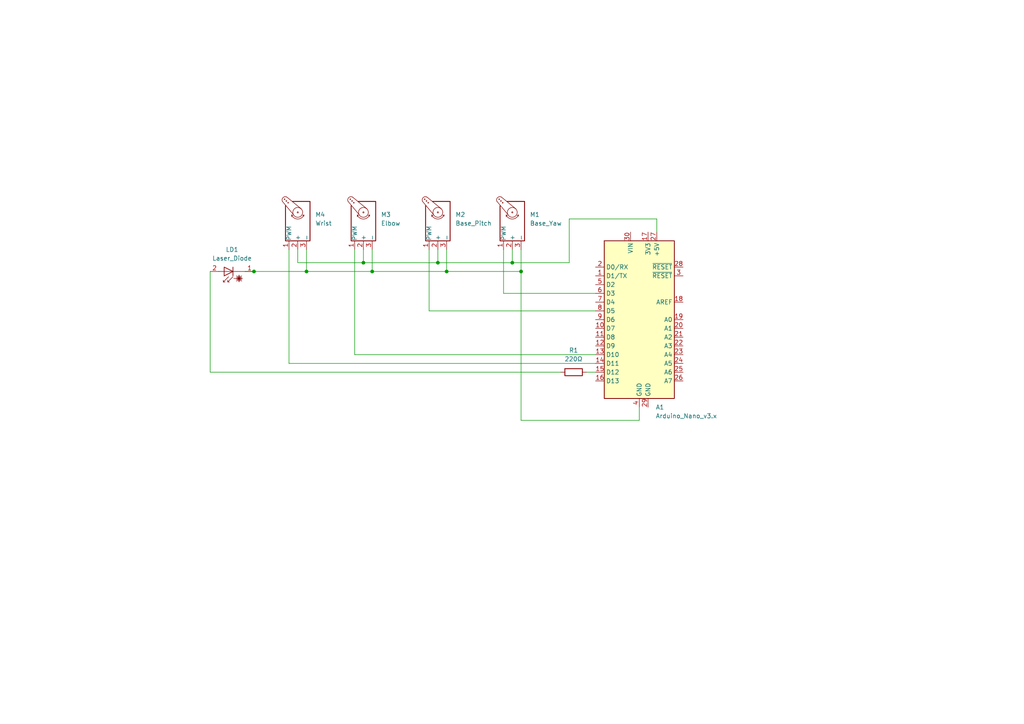
<source format=kicad_sch>
(kicad_sch (version 20231120) (generator "eeschema") (generator_version "8.0")
  (paper "A4")
  (lib_symbols
    (symbol "Device:D_Laser_1C2A" (pin_names (offset 1.016) hide)
      (property "Reference" "LD" (at -1.27 4.445 0))
      (property "Value" "D_Laser_1C2A" (at -1.27 -2.54 0))
      (symbol "D_Laser_1C2A_0_1"
        (polyline (pts (xy -4.064 1.27) (xy -2.54 2.794)))
        (polyline (pts (xy -4.064 1.778) (xy -2.54 2.286)))
        (polyline (pts (xy -4.064 2.286) (xy -2.54 1.778)))
        (polyline (pts (xy -4.064 2.794) (xy -2.54 1.27)))
        (polyline (pts (xy -3.556 2.794) (xy -3.048 1.27)))
        (polyline (pts (xy -3.302 2.032) (xy -3.302 1.016)))
        (polyline (pts (xy -3.302 2.032) (xy -3.302 3.048)))
        (polyline (pts (xy -3.048 2.794) (xy -3.556 1.27)))
        (polyline (pts (xy -1.778 2.032) (xy -4.318 2.032)))
        (polyline (pts (xy -1.524 1.27) (xy -1.524 -1.27)) (stroke (width 0.2032)))
        (polyline (pts (xy 1.27 3.048) (xy 0.762 3.048)))
        (polyline (pts (xy 2.54 0) (xy -5.08 0)))
        (polyline (pts (xy -0.254 1.524) (xy 1.27 3.048) (xy 1.27 2.54)))
        (polyline (pts (xy 1.016 1.27) (xy 1.016 -1.27) (xy -1.524 0) (xy 1.016 1.27)) (stroke (width 0.2032)))
        (polyline (pts (xy -1.524 1.524) (xy 0 3.048) (xy 0 2.54) (xy 0 3.048) (xy -0.508 3.048)))
      )
      (symbol "D_Laser_1C2A_1_1"
        (pin passive line (at -7.62 0 0) (length 2.54) (name "K") (number "1"))
        (pin passive line (at 5.08 0 180) (length 2.54) (name "A") (number "2"))
      )
    )
    (symbol "Device:R" (pin_numbers hide) (pin_names (offset 0))
      (property "Reference" "R" (at 2.032 0 90))
      (property "Value" "R" (at 0 0 90))
      (symbol "R_0_1"
        (rectangle (start -1.016 -2.54) (end 1.016 2.54) (stroke (width 0.254)))
      )
      (symbol "R_1_1"
        (pin passive line (at 0 3.81 270) (length 1.27) (name "~") (number "1"))
        (pin passive line (at 0 -3.81 90) (length 1.27) (name "~") (number "2"))
      )
    )
    (symbol "MCU_Module:Arduino_Nano_v3.x"
      (property "Reference" "A" (at -10.16 23.495 0))
      (property "Value" "Arduino_Nano_v3.x" (at 5.08 -24.13 0))
      (symbol "Arduino_Nano_v3.x_0_1"
        (rectangle (start -10.16 22.86) (end 10.16 -22.86) (stroke (width 0.254)) (fill (type background)))
      )
      (symbol "Arduino_Nano_v3.x_1_1"
        (pin bidirectional line (at -12.7 12.7 0) (length 2.54) (name "D1/TX") (number "1"))
        (pin bidirectional line (at -12.7 -2.54 0) (length 2.54) (name "D7") (number "10"))
        (pin bidirectional line (at -12.7 -5.08 0) (length 2.54) (name "D8") (number "11"))
        (pin bidirectional line (at -12.7 -7.62 0) (length 2.54) (name "D9") (number "12"))
        (pin bidirectional line (at -12.7 -10.16 0) (length 2.54) (name "D10") (number "13"))
        (pin bidirectional line (at -12.7 -12.7 0) (length 2.54) (name "D11") (number "14"))
        (pin bidirectional line (at -12.7 -15.24 0) (length 2.54) (name "D12") (number "15"))
        (pin bidirectional line (at -12.7 -17.78 0) (length 2.54) (name "D13") (number "16"))
        (pin power_out line (at 2.54 25.4 270) (length 2.54) (name "3V3") (number "17"))
        (pin input line (at 12.7 5.08 180) (length 2.54) (name "AREF") (number "18"))
        (pin bidirectional line (at 12.7 0 180) (length 2.54) (name "A0") (number "19"))
        (pin bidirectional line (at -12.7 15.24 0) (length 2.54) (name "D0/RX") (number "2"))
        (pin bidirectional line (at 12.7 -2.54 180) (length 2.54) (name "A1") (number "20"))
        (pin bidirectional line (at 12.7 -5.08 180) (length 2.54) (name "A2") (number "21"))
        (pin bidirectional line (at 12.7 -7.62 180) (length 2.54) (name "A3") (number "22"))
        (pin bidirectional line (at 12.7 -10.16 180) (length 2.54) (name "A4") (number "23"))
        (pin bidirectional line (at 12.7 -12.7 180) (length 2.54) (name "A5") (number "24"))
        (pin bidirectional line (at 12.7 -15.24 180) (length 2.54) (name "A6") (number "25"))
        (pin bidirectional line (at 12.7 -17.78 180) (length 2.54) (name "A7") (number "26"))
        (pin power_out line (at 5.08 25.4 270) (length 2.54) (name "+5V") (number "27"))
        (pin input line (at 12.7 15.24 180) (length 2.54) (name "~{RESET}") (number "28"))
        (pin power_in line (at 2.54 -25.4 90) (length 2.54) (name "GND") (number "29"))
        (pin input line (at 12.7 12.7 180) (length 2.54) (name "~{RESET}") (number "3"))
        (pin power_in line (at -2.54 25.4 270) (length 2.54) (name "VIN") (number "30"))
        (pin power_in line (at 0 -25.4 90) (length 2.54) (name "GND") (number "4"))
        (pin bidirectional line (at -12.7 10.16 0) (length 2.54) (name "D2") (number "5"))
        (pin bidirectional line (at -12.7 7.62 0) (length 2.54) (name "D3") (number "6"))
        (pin bidirectional line (at -12.7 5.08 0) (length 2.54) (name "D4") (number "7"))
        (pin bidirectional line (at -12.7 2.54 0) (length 2.54) (name "D5") (number "8"))
        (pin bidirectional line (at -12.7 0 0) (length 2.54) (name "D6") (number "9"))
      )
    )
    (symbol "Motor:Motor_Servo" (pin_names (offset 0.0254))
      (property "Reference" "M" (at -5.08 4.445 0))
      (property "Value" "Motor_Servo" (at -5.08 -4.064 0))
      (symbol "Motor_Servo_0_1"
        (polyline (pts (xy 2.413 -1.778) (xy 2.032 -1.778)))
        (polyline (pts (xy 2.413 -1.778) (xy 2.286 -1.397)))
        (polyline (pts (xy 2.413 1.778) (xy 1.905 1.778)))
        (polyline (pts (xy 2.413 1.778) (xy 2.286 1.397)))
        (polyline (pts (xy 6.35 4.445) (xy 2.54 1.27)))
        (polyline (pts (xy 7.62 3.175) (xy 4.191 -1.016)))
        (polyline (pts (xy 5.08 3.556) (xy -5.08 3.556) (xy -5.08 -3.556) (xy 6.35 -3.556) (xy 6.35 1.524)) (stroke (width 0.254)))
        (arc (start 2.413 1.778) (mid 1.2406 0) (end 2.413 -1.778))
        (circle (center 3.175 0) (radius 0.1778))
        (circle (center 3.175 0) (radius 1.4224))
        (circle (center 5.969 2.794) (radius 0.127))
        (circle (center 6.477 3.302) (radius 0.127))
        (circle (center 6.985 3.81) (radius 0.127))
        (arc (start 7.62 3.175) (mid 7.4485 4.2735) (end 6.35 4.445))
      )
      (symbol "Motor_Servo_1_1"
        (pin passive line (at -7.62 2.54 0) (length 2.54) (name "PWM") (number "1"))
        (pin passive line (at -7.62 0 0) (length 2.54) (name "+") (number "2"))
        (pin passive line (at -7.62 -2.54 0) (length 2.54) (name "-") (number "3"))
      )
    )
  )
  (junction (at 107.95 78.74))
  (junction (at 148.59 76.2))
  (junction (at 73.66 78.74))
  (junction (at 105.41 76.2))
  (junction (at 129.54 78.74))
  (junction (at 127 76.2))
  (junction (at 151.13 78.74))
  (junction (at 88.9 78.74))
  (wire (pts (xy 148.59 76.2) (xy 165.1 76.2)))
  (wire (pts (xy 190.5 63.5) (xy 190.5 67.31)))
  (wire (pts (xy 124.46 90.17) (xy 172.72 90.17)))
  (wire (pts (xy 86.36 76.2) (xy 105.41 76.2)))
  (wire (pts (xy 129.54 78.74) (xy 151.13 78.74)))
  (wire (pts (xy 88.9 72.39) (xy 88.9 78.74)))
  (wire (pts (xy 129.54 72.39) (xy 129.54 78.74)))
  (wire (pts (xy 124.46 72.39) (xy 124.46 90.17)))
  (wire (pts (xy 105.41 72.39) (xy 105.41 76.2)))
  (wire (pts (xy 148.59 72.39) (xy 148.59 76.2)))
  (wire (pts (xy 60.96 78.74) (xy 60.96 107.95)))
  (wire (pts (xy 146.05 85.09) (xy 172.72 85.09)))
  (wire (pts (xy 151.13 78.74) (xy 151.13 121.92)))
  (wire (pts (xy 146.05 72.39) (xy 146.05 85.09)))
  (wire (pts (xy 71.12 78.74) (xy 73.66 78.74)))
  (wire (pts (xy 102.87 102.87) (xy 172.72 102.87)))
  (wire (pts (xy 107.95 78.74) (xy 129.54 78.74)))
  (wire (pts (xy 88.9 78.74) (xy 107.95 78.74)))
  (wire (pts (xy 165.1 76.2) (xy 165.1 63.5)))
  (wire (pts (xy 185.42 121.92) (xy 185.42 118.11)))
  (wire (pts (xy 151.13 121.92) (xy 185.42 121.92)))
  (wire (pts (xy 60.96 107.95) (xy 162.56 107.95)))
  (wire (pts (xy 83.82 105.41) (xy 172.72 105.41)))
  (wire (pts (xy 102.87 72.39) (xy 102.87 102.87)))
  (wire (pts (xy 127 76.2) (xy 148.59 76.2)))
  (wire (pts (xy 170.18 107.95) (xy 172.72 107.95)))
  (wire (pts (xy 165.1 63.5) (xy 190.5 63.5)))
  (wire (pts (xy 83.82 72.39) (xy 83.82 105.41)))
  (wire (pts (xy 107.95 72.39) (xy 107.95 78.74)))
  (wire (pts (xy 127 72.39) (xy 127 76.2)))
  (wire (pts (xy 73.66 78.74) (xy 88.9 78.74)))
  (wire (pts (xy 105.41 76.2) (xy 127 76.2)))
  (wire (pts (xy 151.13 72.39) (xy 151.13 78.74)))
  (wire (pts (xy 86.36 72.39) (xy 86.36 76.2)))
  (symbol (lib_id "Motor:Motor_Servo") (at 105.41 64.77 90) (unit 1)
    (property "Reference" "M3" (at 110.49 62.241 90) (effects (justify right)))
    (property "Value" "Elbow" (at 110.49 64.781 90) (effects (justify right)))
    (property "Datasheet" "http://forums.parallax.com/uploads/attachments/46831/74481.png" (effects (hide yes)))
    (property "Description" "Servo Motor (Futaba, HiTec, JR connector)" (effects (hide yes)))
  )
  (symbol (lib_id "Device:R") (at 166.37 107.95 90) (unit 1)
    (property "Reference" "R1" (at 166.37 101.6 90))
    (property "Value" "220Ω" (at 166.37 104.14 90))
    (property "Description" "Resistor" (effects (hide yes)))
  )
  (symbol (lib_id "Motor:Motor_Servo") (at 86.36 64.77 90) (unit 1)
    (property "Reference" "M4" (at 91.44 62.241 90) (effects (justify right)))
    (property "Value" "Wrist" (at 91.44 64.781 90) (effects (justify right)))
    (property "Datasheet" "http://forums.parallax.com/uploads/attachments/46831/74481.png" (effects (hide yes)))
    (property "Description" "Servo Motor (Futaba, HiTec, JR connector)" (effects (hide yes)))
  )
  (symbol (lib_id "MCU_Module:Arduino_Nano_v3.x") (at 185.42 92.71 0) (unit 1)
    (property "Reference" "A1" (at 190.1541 118.11 0) (effects (justify left)))
    (property "Value" "Arduino_Nano_v3.x" (at 190.1541 120.65 0) (effects (justify left)))
    (property "Footprint" "Module:Arduino_Nano" (effects (hide yes)))
    (property "Datasheet" "http://www.mouser.com/pdfdocs/Gravitech_Arduino_Nano3_0.pdf" (effects (hide yes)))
    (property "Description" "Arduino Nano v3.x" (effects (hide yes)))
  )
  (symbol (lib_id "Motor:Motor_Servo") (at 127 64.77 90) (unit 1)
    (property "Reference" "M2" (at 132.08 62.241 90) (effects (justify right)))
    (property "Value" "Base_Pitch" (at 132.08 64.781 90) (effects (justify right)))
    (property "Datasheet" "http://forums.parallax.com/uploads/attachments/46831/74481.png" (effects (hide yes)))
    (property "Description" "Servo Motor (Futaba, HiTec, JR connector)" (effects (hide yes)))
  )
  (symbol (lib_id "Motor:Motor_Servo") (at 148.59 64.77 90) (unit 1)
    (property "Reference" "M1" (at 153.67 62.241 90) (effects (justify right)))
    (property "Value" "Base_Yaw" (at 153.67 64.781 90) (effects (justify right)))
    (property "Datasheet" "http://forums.parallax.com/uploads/attachments/46831/74481.png" (effects (hide yes)))
    (property "Description" "Servo Motor (Futaba, HiTec, JR connector)" (effects (hide yes)))
  )
  (symbol (lib_id "Device:D_Laser_1C2A") (at 66.04 78.74 180) (unit 1)
    (property "Reference" "LD1" (at 67.31 72.39 0))
    (property "Value" "Laser_Diode" (at 67.31 74.93 0))
    (property "Description" "Laser diode, cathode on pin 1, anode on pin 2" (effects (hide yes)))
  )
)
</source>
